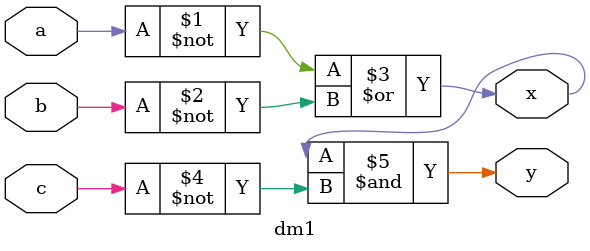
<source format=v>
`timescale 1ns / 1ps

module dm1(
    input a, b, c,
    output x, y
    );

assign x = ~a|~b;
assign y = x&~c;
endmodule

</source>
